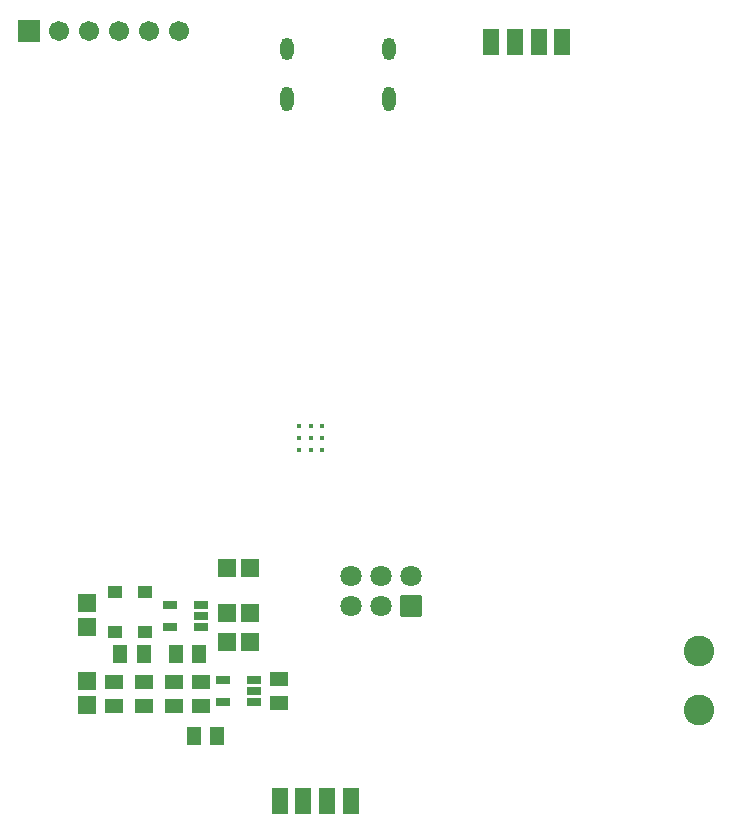
<source format=gbs>
G04 Layer: BottomSolderMaskLayer*
G04 EasyEDA v6.5.51, 2025-09-17 03:18:51*
G04 4aee9cc30035422d88a860af958d7afb,d57bd40a603b42be9e37e0d49851eb9c,10*
G04 Gerber Generator version 0.2*
G04 Scale: 100 percent, Rotated: No, Reflected: No *
G04 Dimensions in inches *
G04 leading zeros omitted , absolute positions ,3 integer and 6 decimal *
%FSLAX36Y36*%
%MOIN*%

%AMMACRO1*4,1,8,-0.0343,-0.0355,-0.0355,-0.0343,-0.0355,0.0343,-0.0343,0.0355,0.0343,0.0355,0.0355,0.0343,0.0355,-0.0343,0.0343,-0.0355,-0.0343,-0.0355,0*%
%AMMACRO2*4,1,8,-0.0274,-0.0298,-0.0286,-0.0286,-0.0286,0.0286,-0.0274,0.0298,0.0274,0.0298,0.0286,0.0286,0.0286,-0.0286,0.0274,-0.0298,-0.0274,-0.0298,0*%
%AMMACRO3*4,1,8,-0.0286,-0.0286,-0.0298,-0.0274,-0.0298,0.0274,-0.0286,0.0286,0.0286,0.0286,0.0298,0.0274,0.0298,-0.0274,0.0286,-0.0286,-0.0286,-0.0286,0*%
%AMMACRO4*4,1,8,-0.0235,-0.0207,-0.0246,-0.0195,-0.0246,0.0195,-0.0235,0.0207,0.0235,0.0207,0.0246,0.0195,0.0246,-0.0195,0.0235,-0.0207,-0.0235,-0.0207,0*%
%AMMACRO5*4,1,8,-0.0279,-0.0243,-0.0291,-0.0231,-0.0291,0.0231,-0.0279,0.0243,0.0279,0.0243,0.0291,0.0231,0.0291,-0.0231,0.0279,-0.0243,-0.0279,-0.0243,0*%
%AMMACRO6*4,1,8,-0.0231,-0.0291,-0.0243,-0.0279,-0.0243,0.0279,-0.0231,0.0291,0.0231,0.0291,0.0243,0.0279,0.0243,-0.0279,0.0231,-0.0291,-0.0231,-0.0291,0*%
%AMMACRO7*4,1,8,-0.0225,-0.0138,-0.0237,-0.0126,-0.0237,0.0126,-0.0225,0.0138,0.0225,0.0138,0.0237,0.0126,0.0237,-0.0126,0.0225,-0.0138,-0.0225,-0.0138,0*%
%AMMACRO8*4,1,8,-0.0363,-0.0374,-0.0374,-0.0363,-0.0374,0.0363,-0.0363,0.0374,0.0363,0.0374,0.0374,0.0363,0.0374,-0.0363,0.0363,-0.0374,-0.0363,-0.0374,0*%
%AMMACRO9*4,1,8,-0.0244,-0.0445,-0.0256,-0.0433,-0.0256,0.0433,-0.0244,0.0445,0.0244,0.0445,0.0256,0.0433,0.0256,-0.0433,0.0244,-0.0445,-0.0244,-0.0445,0*%
%ADD10C,0.0709*%
%ADD11MACRO1*%
%ADD12C,0.0153*%
%ADD13MACRO2*%
%ADD14MACRO3*%
%ADD15MACRO4*%
%ADD16MACRO5*%
%ADD17MACRO6*%
%ADD18C,0.0192*%
%ADD19MACRO7*%
%ADD20C,0.1024*%
%ADD21C,0.0670*%
%ADD22MACRO8*%
%ADD23MACRO9*%
%ADD24O,0.04337X0.08274*%
%ADD25O,0.04337X0.074866*%

%LPD*%
D10*
G01*
X1470000Y-1890000D03*
G01*
X1470000Y-1990000D03*
G01*
X1570000Y-1890000D03*
G01*
X1570000Y-1990000D03*
G01*
X1670000Y-1890000D03*
D11*
G01*
X1670000Y-1990000D03*
D12*
G01*
X1295630Y-1469369D03*
G01*
X1335000Y-1469369D03*
G01*
X1374369Y-1469369D03*
G01*
X1295630Y-1430000D03*
G01*
X1335000Y-1430000D03*
G01*
X1374369Y-1430000D03*
G01*
X1295630Y-1390630D03*
G01*
X1335000Y-1390630D03*
G01*
X1374369Y-1390630D03*
D13*
G01*
X588894Y-1980485D03*
G01*
X588894Y-2059226D03*
G01*
X588894Y-2240485D03*
G01*
X588894Y-2319226D03*
D14*
G01*
X1054522Y-2014855D03*
G01*
X1133265Y-2014855D03*
G01*
X1055628Y-1865000D03*
G01*
X1134371Y-1865000D03*
G01*
X1054522Y-2109856D03*
G01*
X1133265Y-2109856D03*
D15*
G01*
X683894Y-1943225D03*
G01*
X683894Y-2076485D03*
G01*
X783893Y-2076485D03*
G01*
X783893Y-1943225D03*
D16*
G01*
X878894Y-2324227D03*
G01*
X878894Y-2245484D03*
G01*
X1228894Y-2314227D03*
G01*
X1228894Y-2235484D03*
G01*
X968894Y-2245484D03*
G01*
X968894Y-2324227D03*
G01*
X778894Y-2324227D03*
G01*
X778894Y-2245484D03*
G01*
X678894Y-2245484D03*
G01*
X678894Y-2324227D03*
D17*
G01*
X944521Y-2424856D03*
G01*
X1023266Y-2424856D03*
G01*
X963266Y-2149856D03*
G01*
X884521Y-2149856D03*
G01*
X778266Y-2149856D03*
G01*
X699522Y-2149856D03*
D19*
G01*
X1042708Y-2237455D03*
G01*
X1042708Y-2312256D03*
G01*
X1145079Y-2312256D03*
G01*
X1145079Y-2274856D03*
G01*
X1145079Y-2237455D03*
G01*
X867708Y-1987455D03*
G01*
X867708Y-2062255D03*
G01*
X970079Y-2062255D03*
G01*
X970079Y-2024855D03*
G01*
X970079Y-1987455D03*
D20*
G01*
X2630000Y-2141579D03*
G01*
X2630000Y-2338429D03*
D21*
G01*
X895000Y-75000D03*
G01*
X795000Y-75000D03*
G01*
X695000Y-75000D03*
G01*
X595000Y-75000D03*
G01*
X495000Y-75000D03*
D22*
G01*
X395000Y-75000D03*
D23*
G01*
X1232000Y-2640000D03*
G01*
X1310999Y-2640000D03*
G01*
X1390000Y-2640000D03*
G01*
X1467999Y-2640000D03*
G01*
X1937000Y-110000D03*
G01*
X2015999Y-110000D03*
G01*
X2095000Y-110000D03*
G01*
X2172999Y-110000D03*
D24*
G01*
X1597330Y-299239D03*
G01*
X1257169Y-299250D03*
D25*
G01*
X1257169Y-133890D03*
G01*
X1597330Y-133890D03*
M02*

</source>
